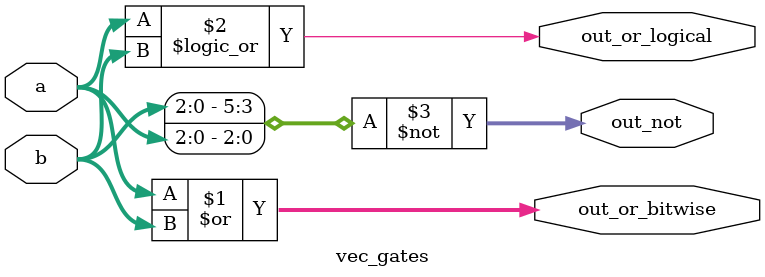
<source format=v>
module vec_gates ( 
    input [2:0] a,
    input [2:0] b,
    output [2:0] out_or_bitwise,
    output out_or_logical,
    output [5:0] out_not
);
    
    assign out_or_bitwise = a | b;
    assign out_or_logical = a || b;
    assign out_not = ~{b, a};
    

endmodule
</source>
